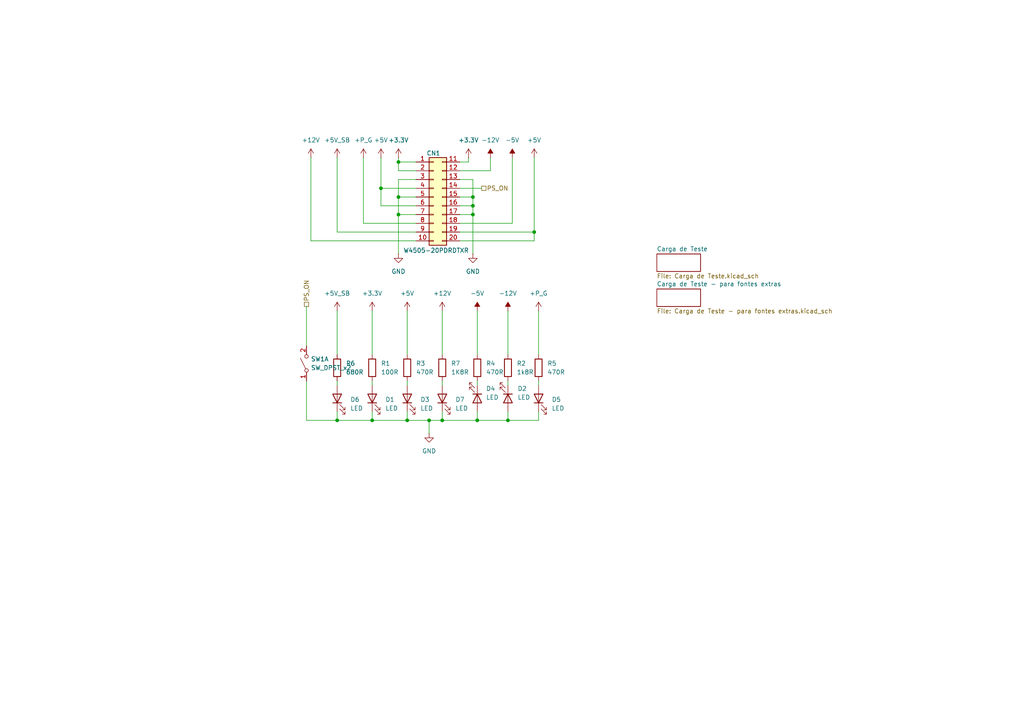
<source format=kicad_sch>
(kicad_sch (version 20231120) (generator "eeschema") (generator_version "8.0")
  (paper "A4")
  (lib_symbols
    (symbol "Connector_Generic:Conn_02x10_Top_Bottom" (pin_names (offset 1.016) hide)
      (property "Reference" "J" (at 1.27 12.7 0))
      (property "Value" "Conn_02x10_Top_Bottom" (at 1.27 -15.24 0))
      (symbol "Conn_02x10_Top_Bottom_1_1"
        (rectangle (start -1.27 -12.573) (end 0 -12.827) (stroke (width 0.1524)))
        (rectangle (start -1.27 -10.033) (end 0 -10.287) (stroke (width 0.1524)))
        (rectangle (start -1.27 -7.493) (end 0 -7.747) (stroke (width 0.1524)))
        (rectangle (start -1.27 -4.953) (end 0 -5.207) (stroke (width 0.1524)))
        (rectangle (start -1.27 -2.413) (end 0 -2.667) (stroke (width 0.1524)))
        (rectangle (start -1.27 0.127) (end 0 -0.127) (stroke (width 0.1524)))
        (rectangle (start -1.27 2.667) (end 0 2.413) (stroke (width 0.1524)))
        (rectangle (start -1.27 5.207) (end 0 4.953) (stroke (width 0.1524)))
        (rectangle (start -1.27 7.747) (end 0 7.493) (stroke (width 0.1524)))
        (rectangle (start -1.27 10.287) (end 0 10.033) (stroke (width 0.1524)))
        (rectangle (start -1.27 11.43) (end 3.81 -13.97) (stroke (width 0.254)) (fill (type background)))
        (rectangle (start 3.81 -12.573) (end 2.54 -12.827) (stroke (width 0.1524)))
        (rectangle (start 3.81 -10.033) (end 2.54 -10.287) (stroke (width 0.1524)))
        (rectangle (start 3.81 -7.493) (end 2.54 -7.747) (stroke (width 0.1524)))
        (rectangle (start 3.81 -4.953) (end 2.54 -5.207) (stroke (width 0.1524)))
        (rectangle (start 3.81 -2.413) (end 2.54 -2.667) (stroke (width 0.1524)))
        (rectangle (start 3.81 0.127) (end 2.54 -0.127) (stroke (width 0.1524)))
        (rectangle (start 3.81 2.667) (end 2.54 2.413) (stroke (width 0.1524)))
        (rectangle (start 3.81 5.207) (end 2.54 4.953) (stroke (width 0.1524)))
        (rectangle (start 3.81 7.747) (end 2.54 7.493) (stroke (width 0.1524)))
        (rectangle (start 3.81 10.287) (end 2.54 10.033) (stroke (width 0.1524)))
        (pin passive line (at -5.08 10.16 0) (length 3.81) (name "Pin_1") (number "1"))
        (pin passive line (at -5.08 -12.7 0) (length 3.81) (name "Pin_10") (number "10"))
        (pin passive line (at 7.62 10.16 180) (length 3.81) (name "Pin_11") (number "11"))
        (pin passive line (at 7.62 7.62 180) (length 3.81) (name "Pin_12") (number "12"))
        (pin passive line (at 7.62 5.08 180) (length 3.81) (name "Pin_13") (number "13"))
        (pin passive line (at 7.62 2.54 180) (length 3.81) (name "Pin_14") (number "14"))
        (pin passive line (at 7.62 0 180) (length 3.81) (name "Pin_15") (number "15"))
        (pin passive line (at 7.62 -2.54 180) (length 3.81) (name "Pin_16") (number "16"))
        (pin passive line (at 7.62 -5.08 180) (length 3.81) (name "Pin_17") (number "17"))
        (pin passive line (at 7.62 -7.62 180) (length 3.81) (name "Pin_18") (number "18"))
        (pin passive line (at 7.62 -10.16 180) (length 3.81) (name "Pin_19") (number "19"))
        (pin passive line (at -5.08 7.62 0) (length 3.81) (name "Pin_2") (number "2"))
        (pin passive line (at 7.62 -12.7 180) (length 3.81) (name "Pin_20") (number "20"))
        (pin passive line (at -5.08 5.08 0) (length 3.81) (name "Pin_3") (number "3"))
        (pin passive line (at -5.08 2.54 0) (length 3.81) (name "Pin_4") (number "4"))
        (pin passive line (at -5.08 0 0) (length 3.81) (name "Pin_5") (number "5"))
        (pin passive line (at -5.08 -2.54 0) (length 3.81) (name "Pin_6") (number "6"))
        (pin passive line (at -5.08 -5.08 0) (length 3.81) (name "Pin_7") (number "7"))
        (pin passive line (at -5.08 -7.62 0) (length 3.81) (name "Pin_8") (number "8"))
        (pin passive line (at -5.08 -10.16 0) (length 3.81) (name "Pin_9") (number "9"))
      )
    )
    (symbol "Device:LED" (pin_numbers hide) (pin_names (offset 1.016) hide)
      (property "Reference" "D" (at 0 2.54 0))
      (property "Value" "LED" (at 0 -2.54 0))
      (symbol "LED_0_1"
        (polyline (pts (xy -1.27 -1.27) (xy -1.27 1.27)) (stroke (width 0.254)))
        (polyline (pts (xy -1.27 0) (xy 1.27 0)))
        (polyline (pts (xy 1.27 -1.27) (xy 1.27 1.27) (xy -1.27 0) (xy 1.27 -1.27)) (stroke (width 0.254)))
        (polyline (pts (xy -3.048 -0.762) (xy -4.572 -2.286) (xy -3.81 -2.286) (xy -4.572 -2.286) (xy -4.572 -1.524)))
        (polyline (pts (xy -1.778 -0.762) (xy -3.302 -2.286) (xy -2.54 -2.286) (xy -3.302 -2.286) (xy -3.302 -1.524)))
      )
      (symbol "LED_1_1"
        (pin passive line (at -3.81 0 0) (length 2.54) (name "K") (number "1"))
        (pin passive line (at 3.81 0 180) (length 2.54) (name "A") (number "2"))
      )
    )
    (symbol "Device:R" (pin_numbers hide) (pin_names (offset 0))
      (property "Reference" "R" (at 2.032 0 90))
      (property "Value" "R" (at 0 0 90))
      (symbol "R_0_1"
        (rectangle (start -1.016 -2.54) (end 1.016 2.54) (stroke (width 0.254)))
      )
      (symbol "R_1_1"
        (pin passive line (at 0 3.81 270) (length 1.27) (name "~") (number "1"))
        (pin passive line (at 0 -3.81 90) (length 1.27) (name "~") (number "2"))
      )
    )
    (symbol "Switch:SW_DPST_x2" (pin_names (offset 0) hide)
      (property "Reference" "SW" (at 0 3.175 0))
      (property "Value" "SW_DPST_x2" (at 0 -2.54 0))
      (symbol "SW_DPST_x2_0_0"
        (circle (center -2.032 0) (radius 0.508))
        (polyline (pts (xy -1.524 0.254) (xy 1.524 1.778)))
        (circle (center 2.032 0) (radius 0.508))
      )
      (symbol "SW_DPST_x2_1_1"
        (pin passive line (at -5.08 0 0) (length 2.54) (name "A") (number "1"))
        (pin passive line (at 5.08 0 180) (length 2.54) (name "B") (number "2"))
      )
      (symbol "SW_DPST_x2_2_1"
        (pin passive line (at -5.08 0 0) (length 2.54) (name "A") (number "3"))
        (pin passive line (at 5.08 0 180) (length 2.54) (name "B") (number "4"))
      )
    )
    (symbol "power:+12V" (power) (pin_numbers hide) (pin_names (offset 0) hide)
      (property "Value" "+12V" (at 0 3.556 0))
      (symbol "+12V_0_1"
        (polyline (pts (xy -0.762 1.27) (xy 0 2.54)))
        (polyline (pts (xy 0 0) (xy 0 2.54)))
        (polyline (pts (xy 0 2.54) (xy 0.762 1.27)))
      )
      (symbol "+12V_1_1"
        (pin power_in line (at 0 0 90) (length 0) (name "~") (number "1"))
      )
    )
    (symbol "power:+3.3V" (power) (pin_numbers hide) (pin_names (offset 0) hide)
      (property "Value" "+3.3V" (at 0 3.556 0))
      (symbol "+3.3V_0_1"
        (polyline (pts (xy -0.762 1.27) (xy 0 2.54)))
        (polyline (pts (xy 0 0) (xy 0 2.54)))
        (polyline (pts (xy 0 2.54) (xy 0.762 1.27)))
      )
      (symbol "+3.3V_1_1"
        (pin power_in line (at 0 0 90) (length 0) (name "~") (number "1"))
      )
    )
    (symbol "power:+5V" (power) (pin_numbers hide) (pin_names (offset 0) hide)
      (property "Value" "+5V" (at 0 3.556 0))
      (symbol "+5V_0_1"
        (polyline (pts (xy -0.762 1.27) (xy 0 2.54)))
        (polyline (pts (xy 0 0) (xy 0 2.54)))
        (polyline (pts (xy 0 2.54) (xy 0.762 1.27)))
      )
      (symbol "+5V_1_1"
        (pin power_in line (at 0 0 90) (length 0) (name "~") (number "1"))
      )
    )
    (symbol "power:-12V" (power) (pin_numbers hide) (pin_names (offset 0) hide)
      (property "Value" "-12V" (at 0 3.556 0))
      (symbol "-12V_0_0"
        (pin power_in line (at 0 0 90) (length 0) (name "~") (number "1"))
      )
      (symbol "-12V_0_1"
        (polyline (pts (xy 0 0) (xy 0 1.27) (xy 0.762 1.27) (xy 0 2.54) (xy -0.762 1.27) (xy 0 1.27)) (fill (type outline)))
      )
    )
    (symbol "power:-5V" (power) (pin_numbers hide) (pin_names (offset 0) hide)
      (property "Value" "-5V" (at 0 3.556 0))
      (symbol "-5V_0_0"
        (pin power_in line (at 0 0 90) (length 0) (name "~") (number "1"))
      )
      (symbol "-5V_0_1"
        (polyline (pts (xy 0 0) (xy 0 1.27) (xy 0.762 1.27) (xy 0 2.54) (xy -0.762 1.27) (xy 0 1.27)) (fill (type outline)))
      )
    )
    (symbol "power:GND" (power) (pin_numbers hide) (pin_names (offset 0) hide)
      (property "Value" "GND" (at 0 -3.81 0))
      (symbol "GND_0_1"
        (polyline (pts (xy 0 0) (xy 0 -1.27) (xy 1.27 -1.27) (xy 0 -2.54) (xy -1.27 -1.27) (xy 0 -1.27)))
      )
      (symbol "GND_1_1"
        (pin power_in line (at 0 0 270) (length 0) (name "~") (number "1"))
      )
    )
  )
  (junction (at 118.11 121.92))
  (junction (at 107.95 121.92))
  (junction (at 124.46 121.92))
  (junction (at 128.27 121.92))
  (junction (at 115.57 57.15))
  (junction (at 138.43 121.92))
  (junction (at 137.16 62.23))
  (junction (at 115.57 46.99))
  (junction (at 147.32 121.92))
  (junction (at 115.57 62.23))
  (junction (at 97.79 121.92))
  (junction (at 110.49 54.61))
  (junction (at 137.16 59.69))
  (junction (at 137.16 57.15))
  (junction (at 154.94 67.31))
  (wire (pts (xy 147.32 119.38) (xy 147.32 121.92)))
  (wire (pts (xy 97.79 121.92) (xy 88.9 121.92)))
  (wire (pts (xy 156.21 90.17) (xy 156.21 102.87)))
  (wire (pts (xy 115.57 73.66) (xy 115.57 62.23)))
  (wire (pts (xy 124.46 121.92) (xy 118.11 121.92)))
  (wire (pts (xy 110.49 59.69) (xy 110.49 54.61)))
  (wire (pts (xy 97.79 110.49) (xy 97.79 111.76)))
  (wire (pts (xy 115.57 49.53) (xy 115.57 46.99)))
  (wire (pts (xy 107.95 110.49) (xy 107.95 111.76)))
  (wire (pts (xy 133.35 67.31) (xy 154.94 67.31)))
  (wire (pts (xy 110.49 54.61) (xy 110.49 45.72)))
  (wire (pts (xy 118.11 119.38) (xy 118.11 121.92)))
  (wire (pts (xy 128.27 121.92) (xy 138.43 121.92)))
  (wire (pts (xy 133.35 54.61) (xy 139.7 54.61)))
  (wire (pts (xy 115.57 57.15) (xy 115.57 52.07)))
  (wire (pts (xy 137.16 62.23) (xy 137.16 73.66)))
  (wire (pts (xy 133.35 59.69) (xy 137.16 59.69)))
  (wire (pts (xy 147.32 90.17) (xy 147.32 102.87)))
  (wire (pts (xy 124.46 121.92) (xy 128.27 121.92)))
  (wire (pts (xy 147.32 110.49) (xy 147.32 111.76)))
  (wire (pts (xy 133.35 52.07) (xy 137.16 52.07)))
  (wire (pts (xy 128.27 90.17) (xy 128.27 102.87)))
  (wire (pts (xy 137.16 59.69) (xy 137.16 62.23)))
  (wire (pts (xy 118.11 90.17) (xy 118.11 102.87)))
  (wire (pts (xy 142.24 49.53) (xy 133.35 49.53)))
  (wire (pts (xy 138.43 110.49) (xy 138.43 111.76)))
  (wire (pts (xy 133.35 62.23) (xy 137.16 62.23)))
  (wire (pts (xy 137.16 52.07) (xy 137.16 57.15)))
  (wire (pts (xy 128.27 119.38) (xy 128.27 121.92)))
  (wire (pts (xy 154.94 69.85) (xy 154.94 67.31)))
  (wire (pts (xy 107.95 121.92) (xy 118.11 121.92)))
  (wire (pts (xy 147.32 121.92) (xy 156.21 121.92)))
  (wire (pts (xy 115.57 52.07) (xy 120.65 52.07)))
  (wire (pts (xy 115.57 46.99) (xy 115.57 45.72)))
  (wire (pts (xy 115.57 46.99) (xy 120.65 46.99)))
  (wire (pts (xy 138.43 121.92) (xy 147.32 121.92)))
  (wire (pts (xy 118.11 110.49) (xy 118.11 111.76)))
  (wire (pts (xy 133.35 57.15) (xy 137.16 57.15)))
  (wire (pts (xy 97.79 119.38) (xy 97.79 121.92)))
  (wire (pts (xy 135.89 46.99) (xy 135.89 45.72)))
  (wire (pts (xy 115.57 62.23) (xy 115.57 57.15)))
  (wire (pts (xy 88.9 110.49) (xy 88.9 121.92)))
  (wire (pts (xy 120.65 54.61) (xy 110.49 54.61)))
  (wire (pts (xy 120.65 49.53) (xy 115.57 49.53)))
  (wire (pts (xy 107.95 90.17) (xy 107.95 102.87)))
  (wire (pts (xy 124.46 125.73) (xy 124.46 121.92)))
  (wire (pts (xy 90.17 69.85) (xy 120.65 69.85)))
  (wire (pts (xy 107.95 119.38) (xy 107.95 121.92)))
  (wire (pts (xy 88.9 88.9) (xy 88.9 100.33)))
  (wire (pts (xy 148.59 64.77) (xy 148.59 45.72)))
  (wire (pts (xy 133.35 69.85) (xy 154.94 69.85)))
  (wire (pts (xy 115.57 57.15) (xy 120.65 57.15)))
  (wire (pts (xy 156.21 110.49) (xy 156.21 111.76)))
  (wire (pts (xy 120.65 64.77) (xy 105.41 64.77)))
  (wire (pts (xy 133.35 46.99) (xy 135.89 46.99)))
  (wire (pts (xy 97.79 121.92) (xy 107.95 121.92)))
  (wire (pts (xy 156.21 119.38) (xy 156.21 121.92)))
  (wire (pts (xy 128.27 110.49) (xy 128.27 111.76)))
  (wire (pts (xy 142.24 45.72) (xy 142.24 49.53)))
  (wire (pts (xy 97.79 67.31) (xy 97.79 45.72)))
  (wire (pts (xy 154.94 67.31) (xy 154.94 45.72)))
  (wire (pts (xy 133.35 64.77) (xy 148.59 64.77)))
  (wire (pts (xy 97.79 90.17) (xy 97.79 102.87)))
  (wire (pts (xy 105.41 64.77) (xy 105.41 45.72)))
  (wire (pts (xy 90.17 45.72) (xy 90.17 69.85)))
  (wire (pts (xy 137.16 57.15) (xy 137.16 59.69)))
  (wire (pts (xy 138.43 90.17) (xy 138.43 102.87)))
  (wire (pts (xy 120.65 67.31) (xy 97.79 67.31)))
  (wire (pts (xy 138.43 119.38) (xy 138.43 121.92)))
  (wire (pts (xy 115.57 62.23) (xy 120.65 62.23)))
  (wire (pts (xy 120.65 59.69) (xy 110.49 59.69)))
  (hierarchical_label "PS_ON" (shape passive) (at 139.7 54.61 0))
  (hierarchical_label "PS_ON" (shape passive) (at 88.9 88.9 90))
  (symbol (lib_id "Device:R") (at 156.21 106.68 0) (unit 1)
    (property "Reference" "R5" (at 158.75 105.4099 0) (effects (justify left)))
    (property "Value" "470R" (at 158.75 107.9499 0) (effects (justify left)))
    (property "Footprint" "Library:RES_1206_HandSolder" (effects (hide yes)))
    (property "Description" "Resistor" (effects (hide yes)))
  )
  (symbol (lib_id "power:+3.3V") (at 135.89 45.72 0) (unit 1)
    (property "Reference" "#PWR013" (effects (hide yes)))
    (property "Value" "+3.3V" (at 135.89 40.64 0))
    (property "Description" "Power symbol creates a global label with name \"+3.3V\"" (effects (hide yes)))
  )
  (symbol (lib_id "Device:R") (at 147.32 106.68 0) (unit 1)
    (property "Reference" "R2" (at 149.86 105.4099 0) (effects (justify left)))
    (property "Value" "1k8R" (at 149.86 107.9499 0) (effects (justify left)))
    (property "Footprint" "Library:RES_1206_HandSolder" (effects (hide yes)))
    (property "Description" "Resistor" (effects (hide yes)))
  )
  (symbol (lib_id "power:+5V") (at 156.21 90.17 0) (unit 1)
    (property "Reference" "#PWR018" (effects (hide yes)))
    (property "Value" "+P_G" (at 156.21 85.09 0))
    (property "Description" "Power symbol creates a global label with name \"+5V\"" (effects (hide yes)))
  )
  (symbol (lib_id "Connector_Generic:Conn_02x10_Top_Bottom") (at 125.73 57.15 0) (unit 1)
    (property "Reference" "CN1" (at 125.73 44.45 0))
    (property "Value" "W4505-20PDRDTXR" (at 126.492 72.644 0))
    (property "Footprint" "Library:W4505-20PDRDTXR" (effects (hide yes)))
  )
  (symbol (lib_id "power:+5V") (at 154.94 45.72 0) (unit 1)
    (property "Reference" "#PWR012" (effects (hide yes)))
    (property "Value" "+5V" (at 154.94 40.64 0))
    (property "Description" "Power symbol creates a global label with name \"+5V\"" (effects (hide yes)))
  )
  (symbol (lib_id "power:+3.3V") (at 115.57 45.72 0) (unit 1)
    (property "Reference" "#PWR07" (effects (hide yes)))
    (property "Value" "+3.3V" (at 115.57 40.64 0))
    (property "Description" "Power symbol creates a global label with name \"+3.3V\"" (effects (hide yes)))
  )
  (symbol (lib_id "power:-12V") (at 147.32 90.17 0) (unit 1)
    (property "Reference" "#PWR02" (effects (hide yes)))
    (property "Value" "-12V" (at 147.32 85.09 0))
    (property "Description" "Power symbol creates a global label with name \"-12V\"" (effects (hide yes)))
  )
  (symbol (lib_id "Device:LED") (at 128.27 115.57 90) (unit 1)
    (property "Reference" "D7" (at 132.08 115.8874 90) (effects (justify right)))
    (property "Value" "LED" (at 132.08 118.4274 90) (effects (justify right)))
    (property "Footprint" "Library:LED_1206_HandSolder" (effects (hide yes)))
    (property "Description" "Light emitting diode" (effects (hide yes)))
  )
  (symbol (lib_id "power:+3.3V") (at 107.95 90.17 0) (unit 1)
    (property "Reference" "#PWR06" (effects (hide yes)))
    (property "Value" "+3.3V" (at 107.95 85.09 0))
    (property "Description" "Power symbol creates a global label with name \"+3.3V\"" (effects (hide yes)))
  )
  (symbol (lib_id "Device:LED") (at 147.32 115.57 270) (unit 1)
    (property "Reference" "D2" (at 150.1092 112.7124 90) (effects (justify left)))
    (property "Value" "LED" (at 150.1092 115.2524 90) (effects (justify left)))
    (property "Footprint" "Library:LED_1206_HandSolder" (effects (hide yes)))
    (property "Description" "Light emitting diode" (effects (hide yes)))
  )
  (symbol (lib_id "power:GND") (at 124.46 125.73 0) (unit 1)
    (property "Reference" "#PWR01" (effects (hide yes)))
    (property "Value" "GND" (at 124.46 130.81 0))
    (property "Description" "Power symbol creates a global label with name \"GND\" , ground" (effects (hide yes)))
  )
  (symbol (lib_id "power:GND") (at 137.16 73.66 0) (unit 1)
    (property "Reference" "#PWR010" (effects (hide yes)))
    (property "Value" "GND" (at 137.16 78.74 0))
    (property "Description" "Power symbol creates a global label with name \"GND\" , ground" (effects (hide yes)))
  )
  (symbol (lib_id "Device:R") (at 107.95 106.68 0) (unit 1)
    (property "Reference" "R1" (at 110.49 105.4099 0) (effects (justify left)))
    (property "Value" "100R" (at 110.49 107.9499 0) (effects (justify left)))
    (property "Footprint" "Library:RES_1206_HandSolder" (effects (hide yes)))
    (property "Description" "Resistor" (effects (hide yes)))
  )
  (symbol (lib_id "Device:R") (at 97.79 106.68 0) (unit 1)
    (property "Reference" "R6" (at 100.33 105.4099 0) (effects (justify left)))
    (property "Value" "680R" (at 100.33 107.9499 0) (effects (justify left)))
    (property "Footprint" "Library:RES_1206_HandSolder" (effects (hide yes)))
    (property "Description" "Resistor" (effects (hide yes)))
  )
  (symbol (lib_id "Device:LED") (at 156.21 115.57 90) (unit 1)
    (property "Reference" "D5" (at 160.02 115.8874 90) (effects (justify right)))
    (property "Value" "LED" (at 160.02 118.4274 90) (effects (justify right)))
    (property "Footprint" "Library:LED_1206_HandSolder" (effects (hide yes)))
    (property "Description" "Light emitting diode" (effects (hide yes)))
  )
  (symbol (lib_id "power:-5V") (at 148.59 45.72 0) (unit 1)
    (property "Reference" "#PWR011" (effects (hide yes)))
    (property "Value" "-5V" (at 148.59 40.64 0))
    (property "Description" "Power symbol creates a global label with name \"-5V\"" (effects (hide yes)))
  )
  (symbol (lib_id "Device:LED") (at 138.43 115.57 270) (unit 1)
    (property "Reference" "D4" (at 140.97 112.7124 90) (effects (justify left)))
    (property "Value" "LED" (at 140.97 115.2524 90) (effects (justify left)))
    (property "Footprint" "Library:LED_1206_HandSolder" (effects (hide yes)))
    (property "Description" "Light emitting diode" (effects (hide yes)))
  )
  (symbol (lib_id "power:-5V") (at 138.43 90.17 0) (unit 1)
    (property "Reference" "#PWR03" (effects (hide yes)))
    (property "Value" "-5V" (at 138.43 85.09 0))
    (property "Description" "Power symbol creates a global label with name \"-5V\"" (effects (hide yes)))
  )
  (symbol (lib_id "power:+12V") (at 90.17 45.72 0) (unit 1)
    (property "Reference" "#PWR017" (effects (hide yes)))
    (property "Value" "+12V" (at 90.17 40.64 0))
    (property "Description" "Power symbol creates a global label with name \"+12V\"" (effects (hide yes)))
  )
  (symbol (lib_id "Device:LED") (at 107.95 115.57 90) (unit 1)
    (property "Reference" "D1" (at 111.76 115.8874 90) (effects (justify right)))
    (property "Value" "LED" (at 111.76 118.4274 90) (effects (justify right)))
    (property "Footprint" "Library:LED_1206_HandSolder" (effects (hide yes)))
    (property "Description" "Light emitting diode" (effects (hide yes)))
  )
  (symbol (lib_id "power:-12V") (at 142.24 45.72 0) (unit 1)
    (property "Reference" "#PWR08" (effects (hide yes)))
    (property "Value" "-12V" (at 142.24 40.64 0))
    (property "Description" "Power symbol creates a global label with name \"-12V\"" (effects (hide yes)))
  )
  (symbol (lib_id "Device:R") (at 138.43 106.68 0) (unit 1)
    (property "Reference" "R4" (at 140.97 105.4099 0) (effects (justify left)))
    (property "Value" "470R" (at 140.97 107.9499 0) (effects (justify left)))
    (property "Footprint" "Library:RES_1206_HandSolder" (effects (hide yes)))
    (property "Description" "Resistor" (effects (hide yes)))
  )
  (symbol (lib_id "Switch:SW_DPST_x2") (at 88.9 105.41 90) (unit 1)
    (property "Reference" "SW1" (at 90.17 104.1399 90) (effects (justify right)))
    (property "Value" "SW_DPST_x2" (at 90.17 106.6799 90) (effects (justify right)))
    (property "Footprint" "Library:SW_Push_1P1T_NO_6x6mm_H9.5mm" (effects (hide yes)))
    (property "Description" "Single Pole Single Throw (SPST) switch, separate symbol" (effects (hide yes)))
  )
  (symbol (lib_id "power:+5V") (at 118.11 90.17 0) (unit 1)
    (property "Reference" "#PWR05" (effects (hide yes)))
    (property "Value" "+5V" (at 118.11 85.09 0))
    (property "Description" "Power symbol creates a global label with name \"+5V\"" (effects (hide yes)))
  )
  (symbol (lib_id "Device:LED") (at 118.11 115.57 90) (unit 1)
    (property "Reference" "D3" (at 121.92 115.8874 90) (effects (justify right)))
    (property "Value" "LED" (at 121.92 118.4274 90) (effects (justify right)))
    (property "Footprint" "Library:LED_1206_HandSolder" (effects (hide yes)))
    (property "Description" "Light emitting diode" (effects (hide yes)))
  )
  (symbol (lib_id "power:+5V") (at 110.49 45.72 0) (unit 1)
    (property "Reference" "#PWR014" (effects (hide yes)))
    (property "Value" "+5V" (at 110.49 40.64 0))
    (property "Description" "Power symbol creates a global label with name \"+5V\"" (effects (hide yes)))
  )
  (symbol (lib_id "power:+5V") (at 97.79 45.72 0) (unit 1)
    (property "Reference" "#PWR016" (effects (hide yes)))
    (property "Value" "+5V_SB" (at 97.79 40.64 0))
    (property "Description" "Power symbol creates a global label with name \"+5V\"" (effects (hide yes)))
  )
  (symbol (lib_id "Device:R") (at 128.27 106.68 0) (unit 1)
    (property "Reference" "R7" (at 130.81 105.4099 0) (effects (justify left)))
    (property "Value" "1K8R" (at 130.81 107.9499 0) (effects (justify left)))
    (property "Footprint" "Library:RES_1206_HandSolder" (effects (hide yes)))
    (property "Description" "Resistor" (effects (hide yes)))
  )
  (symbol (lib_id "power:+12V") (at 128.27 90.17 0) (unit 1)
    (property "Reference" "#PWR04" (effects (hide yes)))
    (property "Value" "+12V" (at 128.27 85.09 0))
    (property "Description" "Power symbol creates a global label with name \"+12V\"" (effects (hide yes)))
  )
  (symbol (lib_id "power:+5V") (at 105.41 45.72 0) (unit 1)
    (property "Reference" "#PWR019" (effects (hide yes)))
    (property "Value" "+P_G" (at 105.41 40.64 0))
    (property "Description" "Power symbol creates a global label with name \"+5V\"" (effects (hide yes)))
  )
  (symbol (lib_id "Device:R") (at 118.11 106.68 0) (unit 1)
    (property "Reference" "R3" (at 120.65 105.4099 0) (effects (justify left)))
    (property "Value" "470R" (at 120.65 107.9499 0) (effects (justify left)))
    (property "Footprint" "Library:RES_1206_HandSolder" (effects (hide yes)))
    (property "Description" "Resistor" (effects (hide yes)))
  )
  (symbol (lib_id "Device:LED") (at 97.79 115.57 90) (unit 1)
    (property "Reference" "D6" (at 101.6 115.8874 90) (effects (justify right)))
    (property "Value" "LED" (at 101.6 118.4274 90) (effects (justify right)))
    (property "Footprint" "Library:LED_1206_HandSolder" (effects (hide yes)))
    (property "Description" "Light emitting diode" (effects (hide yes)))
  )
  (symbol (lib_id "power:+5V") (at 97.79 90.17 0) (unit 1)
    (property "Reference" "#PWR015" (effects (hide yes)))
    (property "Value" "+5V_SB" (at 97.79 85.09 0))
    (property "Description" "Power symbol creates a global label with name \"+5V\"" (effects (hide yes)))
  )
  (symbol (lib_id "power:GND") (at 115.57 73.66 0) (unit 1)
    (property "Reference" "#PWR09" (effects (hide yes)))
    (property "Value" "GND" (at 115.57 78.74 0))
    (property "Description" "Power symbol creates a global label with name \"GND\" , ground" (effects (hide yes)))
  )
  (sheet (at 190.5 73.66) (size 12.7 5.08) (stroke (width 0.1524))
    (property "Sheetname" "Carga de Teste" (at 190.5 72.9484 0) (effects (justify left bottom)))
    (property "Sheetfile" "Carga de Teste.kicad_sch" (at 190.5 79.3246 0) (effects (justify left top)))
  )
  (sheet (at 190.5 83.82) (size 12.7 5.08) (stroke (width 0.1524))
    (property "Sheetname" "Carga de Teste - para fontes extras" (at 190.5 83.1084 0) (effects (justify left bottom)))
    (property "Sheetfile" "Carga de Teste - para fontes extras.kicad_sch" (at 190.5 89.4846 0) (effects (justify left top)))
  )
)
</source>
